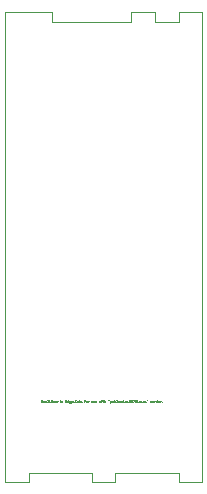
<source format=gbr>
G04 #@! TF.GenerationSoftware,KiCad,Pcbnew,5.1.4-e60b266~84~ubuntu19.04.1*
G04 #@! TF.CreationDate,2019-11-08T15:25:28-05:00*
G04 #@! TF.ProjectId,pcb2molex8878_max,70636232-6d6f-46c6-9578-383837385f6d,rev?*
G04 #@! TF.SameCoordinates,Original*
G04 #@! TF.FileFunction,Other,ECO2*
%FSLAX46Y46*%
G04 Gerber Fmt 4.6, Leading zero omitted, Abs format (unit mm)*
G04 Created by KiCad (PCBNEW 5.1.4-e60b266~84~ubuntu19.04.1) date 2019-11-08 15:25:28*
%MOMM*%
%LPD*%
G04 APERTURE LIST*
%ADD10C,0.010000*%
G04 APERTURE END LIST*
D10*
X149568400Y-80087000D02*
X142868400Y-80087000D01*
X149568400Y-79287000D02*
X149568400Y-80087000D01*
X151568400Y-79287000D02*
X149568400Y-79287000D01*
X151568400Y-80087000D02*
X151568400Y-79287000D01*
X153568400Y-80087000D02*
X151568400Y-80087000D01*
X153568400Y-118287000D02*
X148218400Y-118287000D01*
X146218400Y-118287000D02*
X146218400Y-119087000D01*
X140868400Y-118287000D02*
X146218400Y-118287000D01*
X148218400Y-118287000D02*
X148218400Y-119087000D01*
X146218400Y-119087000D02*
X148218400Y-119087000D01*
X138868400Y-119087000D02*
X140868400Y-119087000D01*
X155568400Y-119087000D02*
X153568400Y-119087000D01*
X155568400Y-79287000D02*
X153568400Y-79287000D01*
X138868400Y-79287000D02*
X142868400Y-79287000D01*
X138868400Y-79287000D02*
X138868400Y-119087000D01*
X155568400Y-119087000D02*
X155568400Y-79287000D01*
X140868400Y-118287000D02*
X140868400Y-119087000D01*
X153568400Y-119087000D02*
X153568400Y-118287000D01*
X153568400Y-80087000D02*
X153568400Y-79287000D01*
X142868400Y-79287000D02*
X142868400Y-80087000D01*
X141919352Y-112212714D02*
X141986019Y-112212714D01*
X142014590Y-112317476D02*
X141919352Y-112317476D01*
X141919352Y-112117476D01*
X142014590Y-112117476D01*
X142186019Y-112307952D02*
X142166971Y-112317476D01*
X142128876Y-112317476D01*
X142109828Y-112307952D01*
X142100304Y-112298428D01*
X142090780Y-112279380D01*
X142090780Y-112222238D01*
X142100304Y-112203190D01*
X142109828Y-112193666D01*
X142128876Y-112184142D01*
X142166971Y-112184142D01*
X142186019Y-112193666D01*
X142300304Y-112317476D02*
X142281257Y-112307952D01*
X142271733Y-112298428D01*
X142262209Y-112279380D01*
X142262209Y-112222238D01*
X142271733Y-112203190D01*
X142281257Y-112193666D01*
X142300304Y-112184142D01*
X142328876Y-112184142D01*
X142347923Y-112193666D01*
X142357447Y-112203190D01*
X142366971Y-112222238D01*
X142366971Y-112279380D01*
X142357447Y-112298428D01*
X142347923Y-112307952D01*
X142328876Y-112317476D01*
X142300304Y-112317476D01*
X142443161Y-112136523D02*
X142452685Y-112127000D01*
X142471733Y-112117476D01*
X142519352Y-112117476D01*
X142538400Y-112127000D01*
X142547923Y-112136523D01*
X142557447Y-112155571D01*
X142557447Y-112174619D01*
X142547923Y-112203190D01*
X142433638Y-112317476D01*
X142557447Y-112317476D01*
X142643161Y-112298428D02*
X142652685Y-112307952D01*
X142643161Y-112317476D01*
X142633638Y-112307952D01*
X142643161Y-112298428D01*
X142643161Y-112317476D01*
X142738400Y-112117476D02*
X142738400Y-112279380D01*
X142747923Y-112298428D01*
X142757447Y-112307952D01*
X142776495Y-112317476D01*
X142814590Y-112317476D01*
X142833638Y-112307952D01*
X142843161Y-112298428D01*
X142852685Y-112279380D01*
X142852685Y-112117476D01*
X142938400Y-112307952D02*
X142957447Y-112317476D01*
X142995542Y-112317476D01*
X143014590Y-112307952D01*
X143024114Y-112288904D01*
X143024114Y-112279380D01*
X143014590Y-112260333D01*
X142995542Y-112250809D01*
X142966971Y-112250809D01*
X142947923Y-112241285D01*
X142938400Y-112222238D01*
X142938400Y-112212714D01*
X142947923Y-112193666D01*
X142966971Y-112184142D01*
X142995542Y-112184142D01*
X143014590Y-112193666D01*
X143186019Y-112307952D02*
X143166971Y-112317476D01*
X143128876Y-112317476D01*
X143109828Y-112307952D01*
X143100304Y-112288904D01*
X143100304Y-112212714D01*
X143109828Y-112193666D01*
X143128876Y-112184142D01*
X143166971Y-112184142D01*
X143186019Y-112193666D01*
X143195542Y-112212714D01*
X143195542Y-112231761D01*
X143100304Y-112250809D01*
X143281257Y-112317476D02*
X143281257Y-112184142D01*
X143281257Y-112222238D02*
X143290780Y-112203190D01*
X143300304Y-112193666D01*
X143319352Y-112184142D01*
X143338400Y-112184142D01*
X143557447Y-112317476D02*
X143557447Y-112184142D01*
X143557447Y-112117476D02*
X143547923Y-112127000D01*
X143557447Y-112136523D01*
X143566971Y-112127000D01*
X143557447Y-112117476D01*
X143557447Y-112136523D01*
X143643161Y-112307952D02*
X143662209Y-112317476D01*
X143700304Y-112317476D01*
X143719352Y-112307952D01*
X143728876Y-112288904D01*
X143728876Y-112279380D01*
X143719352Y-112260333D01*
X143700304Y-112250809D01*
X143671733Y-112250809D01*
X143652685Y-112241285D01*
X143643161Y-112222238D01*
X143643161Y-112212714D01*
X143652685Y-112193666D01*
X143671733Y-112184142D01*
X143700304Y-112184142D01*
X143719352Y-112193666D01*
X143966971Y-112212714D02*
X144033638Y-112212714D01*
X144062209Y-112317476D02*
X143966971Y-112317476D01*
X143966971Y-112117476D01*
X144062209Y-112117476D01*
X144233638Y-112317476D02*
X144233638Y-112117476D01*
X144233638Y-112307952D02*
X144214590Y-112317476D01*
X144176495Y-112317476D01*
X144157447Y-112307952D01*
X144147923Y-112298428D01*
X144138400Y-112279380D01*
X144138400Y-112222238D01*
X144147923Y-112203190D01*
X144157447Y-112193666D01*
X144176495Y-112184142D01*
X144214590Y-112184142D01*
X144233638Y-112193666D01*
X144414590Y-112184142D02*
X144414590Y-112346047D01*
X144405066Y-112365095D01*
X144395542Y-112374619D01*
X144376495Y-112384142D01*
X144347923Y-112384142D01*
X144328876Y-112374619D01*
X144414590Y-112307952D02*
X144395542Y-112317476D01*
X144357447Y-112317476D01*
X144338400Y-112307952D01*
X144328876Y-112298428D01*
X144319352Y-112279380D01*
X144319352Y-112222238D01*
X144328876Y-112203190D01*
X144338400Y-112193666D01*
X144357447Y-112184142D01*
X144395542Y-112184142D01*
X144414590Y-112193666D01*
X144586019Y-112307952D02*
X144566971Y-112317476D01*
X144528876Y-112317476D01*
X144509828Y-112307952D01*
X144500304Y-112288904D01*
X144500304Y-112212714D01*
X144509828Y-112193666D01*
X144528876Y-112184142D01*
X144566971Y-112184142D01*
X144586019Y-112193666D01*
X144595542Y-112212714D01*
X144595542Y-112231761D01*
X144500304Y-112250809D01*
X144681257Y-112298428D02*
X144690780Y-112307952D01*
X144681257Y-112317476D01*
X144671733Y-112307952D01*
X144681257Y-112298428D01*
X144681257Y-112317476D01*
X144890780Y-112298428D02*
X144881257Y-112307952D01*
X144852685Y-112317476D01*
X144833638Y-112317476D01*
X144805066Y-112307952D01*
X144786019Y-112288904D01*
X144776495Y-112269857D01*
X144766971Y-112231761D01*
X144766971Y-112203190D01*
X144776495Y-112165095D01*
X144786019Y-112146047D01*
X144805066Y-112127000D01*
X144833638Y-112117476D01*
X144852685Y-112117476D01*
X144881257Y-112127000D01*
X144890780Y-112136523D01*
X145062209Y-112184142D02*
X145062209Y-112317476D01*
X144976495Y-112184142D02*
X144976495Y-112288904D01*
X144986019Y-112307952D01*
X145005066Y-112317476D01*
X145033638Y-112317476D01*
X145052685Y-112307952D01*
X145062209Y-112298428D01*
X145128876Y-112184142D02*
X145205066Y-112184142D01*
X145157447Y-112117476D02*
X145157447Y-112288904D01*
X145166971Y-112307952D01*
X145186019Y-112317476D01*
X145205066Y-112317476D01*
X145262209Y-112307952D02*
X145281257Y-112317476D01*
X145319352Y-112317476D01*
X145338400Y-112307952D01*
X145347923Y-112288904D01*
X145347923Y-112279380D01*
X145338400Y-112260333D01*
X145319352Y-112250809D01*
X145290780Y-112250809D01*
X145271733Y-112241285D01*
X145262209Y-112222238D01*
X145262209Y-112212714D01*
X145271733Y-112193666D01*
X145290780Y-112184142D01*
X145319352Y-112184142D01*
X145338400Y-112193666D01*
X145557447Y-112184142D02*
X145633638Y-112184142D01*
X145586019Y-112317476D02*
X145586019Y-112146047D01*
X145595542Y-112127000D01*
X145614590Y-112117476D01*
X145633638Y-112117476D01*
X145728876Y-112317476D02*
X145709828Y-112307952D01*
X145700304Y-112298428D01*
X145690780Y-112279380D01*
X145690780Y-112222238D01*
X145700304Y-112203190D01*
X145709828Y-112193666D01*
X145728876Y-112184142D01*
X145757447Y-112184142D01*
X145776495Y-112193666D01*
X145786019Y-112203190D01*
X145795542Y-112222238D01*
X145795542Y-112279380D01*
X145786019Y-112298428D01*
X145776495Y-112307952D01*
X145757447Y-112317476D01*
X145728876Y-112317476D01*
X145881257Y-112317476D02*
X145881257Y-112184142D01*
X145881257Y-112222238D02*
X145890780Y-112203190D01*
X145900304Y-112193666D01*
X145919352Y-112184142D01*
X145938400Y-112184142D01*
X146243161Y-112184142D02*
X146243161Y-112317476D01*
X146157447Y-112184142D02*
X146157447Y-112288904D01*
X146166971Y-112307952D01*
X146186019Y-112317476D01*
X146214590Y-112317476D01*
X146233638Y-112307952D01*
X146243161Y-112298428D01*
X146328876Y-112307952D02*
X146347923Y-112317476D01*
X146386019Y-112317476D01*
X146405066Y-112307952D01*
X146414590Y-112288904D01*
X146414590Y-112279380D01*
X146405066Y-112260333D01*
X146386019Y-112250809D01*
X146357447Y-112250809D01*
X146338400Y-112241285D01*
X146328876Y-112222238D01*
X146328876Y-112212714D01*
X146338400Y-112193666D01*
X146357447Y-112184142D01*
X146386019Y-112184142D01*
X146405066Y-112193666D01*
X146576495Y-112307952D02*
X146557447Y-112317476D01*
X146519352Y-112317476D01*
X146500304Y-112307952D01*
X146490780Y-112288904D01*
X146490780Y-112212714D01*
X146500304Y-112193666D01*
X146519352Y-112184142D01*
X146557447Y-112184142D01*
X146576495Y-112193666D01*
X146586019Y-112212714D01*
X146586019Y-112231761D01*
X146490780Y-112250809D01*
X146805066Y-112184142D02*
X146843161Y-112317476D01*
X146881257Y-112222238D01*
X146919352Y-112317476D01*
X146957447Y-112184142D01*
X147033638Y-112317476D02*
X147033638Y-112184142D01*
X147033638Y-112117476D02*
X147024114Y-112127000D01*
X147033638Y-112136523D01*
X147043161Y-112127000D01*
X147033638Y-112117476D01*
X147033638Y-112136523D01*
X147100304Y-112184142D02*
X147176495Y-112184142D01*
X147128876Y-112117476D02*
X147128876Y-112288904D01*
X147138400Y-112307952D01*
X147157447Y-112317476D01*
X147176495Y-112317476D01*
X147243161Y-112317476D02*
X147243161Y-112117476D01*
X147328876Y-112317476D02*
X147328876Y-112212714D01*
X147319352Y-112193666D01*
X147300304Y-112184142D01*
X147271733Y-112184142D01*
X147252685Y-112193666D01*
X147243161Y-112203190D01*
X147566971Y-112117476D02*
X147566971Y-112155571D01*
X147643161Y-112117476D02*
X147643161Y-112155571D01*
X147728876Y-112184142D02*
X147728876Y-112384142D01*
X147728876Y-112193666D02*
X147747923Y-112184142D01*
X147786019Y-112184142D01*
X147805066Y-112193666D01*
X147814590Y-112203190D01*
X147824114Y-112222238D01*
X147824114Y-112279380D01*
X147814590Y-112298428D01*
X147805066Y-112307952D01*
X147786019Y-112317476D01*
X147747923Y-112317476D01*
X147728876Y-112307952D01*
X147995542Y-112307952D02*
X147976495Y-112317476D01*
X147938400Y-112317476D01*
X147919352Y-112307952D01*
X147909828Y-112298428D01*
X147900304Y-112279380D01*
X147900304Y-112222238D01*
X147909828Y-112203190D01*
X147919352Y-112193666D01*
X147938400Y-112184142D01*
X147976495Y-112184142D01*
X147995542Y-112193666D01*
X148081257Y-112317476D02*
X148081257Y-112117476D01*
X148081257Y-112193666D02*
X148100304Y-112184142D01*
X148138400Y-112184142D01*
X148157447Y-112193666D01*
X148166971Y-112203190D01*
X148176495Y-112222238D01*
X148176495Y-112279380D01*
X148166971Y-112298428D01*
X148157447Y-112307952D01*
X148138400Y-112317476D01*
X148100304Y-112317476D01*
X148081257Y-112307952D01*
X148252685Y-112136523D02*
X148262209Y-112127000D01*
X148281257Y-112117476D01*
X148328876Y-112117476D01*
X148347923Y-112127000D01*
X148357447Y-112136523D01*
X148366971Y-112155571D01*
X148366971Y-112174619D01*
X148357447Y-112203190D01*
X148243161Y-112317476D01*
X148366971Y-112317476D01*
X148452685Y-112317476D02*
X148452685Y-112184142D01*
X148452685Y-112203190D02*
X148462209Y-112193666D01*
X148481257Y-112184142D01*
X148509828Y-112184142D01*
X148528876Y-112193666D01*
X148538400Y-112212714D01*
X148538400Y-112317476D01*
X148538400Y-112212714D02*
X148547923Y-112193666D01*
X148566971Y-112184142D01*
X148595542Y-112184142D01*
X148614590Y-112193666D01*
X148624114Y-112212714D01*
X148624114Y-112317476D01*
X148747923Y-112317476D02*
X148728876Y-112307952D01*
X148719352Y-112298428D01*
X148709828Y-112279380D01*
X148709828Y-112222238D01*
X148719352Y-112203190D01*
X148728876Y-112193666D01*
X148747923Y-112184142D01*
X148776495Y-112184142D01*
X148795542Y-112193666D01*
X148805066Y-112203190D01*
X148814590Y-112222238D01*
X148814590Y-112279380D01*
X148805066Y-112298428D01*
X148795542Y-112307952D01*
X148776495Y-112317476D01*
X148747923Y-112317476D01*
X148928876Y-112317476D02*
X148909828Y-112307952D01*
X148900304Y-112288904D01*
X148900304Y-112117476D01*
X149081257Y-112307952D02*
X149062209Y-112317476D01*
X149024114Y-112317476D01*
X149005066Y-112307952D01*
X148995542Y-112288904D01*
X148995542Y-112212714D01*
X149005066Y-112193666D01*
X149024114Y-112184142D01*
X149062209Y-112184142D01*
X149081257Y-112193666D01*
X149090780Y-112212714D01*
X149090780Y-112231761D01*
X148995542Y-112250809D01*
X149157447Y-112317476D02*
X149262209Y-112184142D01*
X149157447Y-112184142D02*
X149262209Y-112317476D01*
X149366971Y-112203190D02*
X149347923Y-112193666D01*
X149338400Y-112184142D01*
X149328876Y-112165095D01*
X149328876Y-112155571D01*
X149338400Y-112136523D01*
X149347923Y-112127000D01*
X149366971Y-112117476D01*
X149405066Y-112117476D01*
X149424114Y-112127000D01*
X149433638Y-112136523D01*
X149443161Y-112155571D01*
X149443161Y-112165095D01*
X149433638Y-112184142D01*
X149424114Y-112193666D01*
X149405066Y-112203190D01*
X149366971Y-112203190D01*
X149347923Y-112212714D01*
X149338400Y-112222238D01*
X149328876Y-112241285D01*
X149328876Y-112279380D01*
X149338400Y-112298428D01*
X149347923Y-112307952D01*
X149366971Y-112317476D01*
X149405066Y-112317476D01*
X149424114Y-112307952D01*
X149433638Y-112298428D01*
X149443161Y-112279380D01*
X149443161Y-112241285D01*
X149433638Y-112222238D01*
X149424114Y-112212714D01*
X149405066Y-112203190D01*
X149557447Y-112203190D02*
X149538400Y-112193666D01*
X149528876Y-112184142D01*
X149519352Y-112165095D01*
X149519352Y-112155571D01*
X149528876Y-112136523D01*
X149538400Y-112127000D01*
X149557447Y-112117476D01*
X149595542Y-112117476D01*
X149614590Y-112127000D01*
X149624114Y-112136523D01*
X149633638Y-112155571D01*
X149633638Y-112165095D01*
X149624114Y-112184142D01*
X149614590Y-112193666D01*
X149595542Y-112203190D01*
X149557447Y-112203190D01*
X149538400Y-112212714D01*
X149528876Y-112222238D01*
X149519352Y-112241285D01*
X149519352Y-112279380D01*
X149528876Y-112298428D01*
X149538400Y-112307952D01*
X149557447Y-112317476D01*
X149595542Y-112317476D01*
X149614590Y-112307952D01*
X149624114Y-112298428D01*
X149633638Y-112279380D01*
X149633638Y-112241285D01*
X149624114Y-112222238D01*
X149614590Y-112212714D01*
X149595542Y-112203190D01*
X149700304Y-112117476D02*
X149833638Y-112117476D01*
X149747923Y-112317476D01*
X149938400Y-112203190D02*
X149919352Y-112193666D01*
X149909828Y-112184142D01*
X149900304Y-112165095D01*
X149900304Y-112155571D01*
X149909828Y-112136523D01*
X149919352Y-112127000D01*
X149938400Y-112117476D01*
X149976495Y-112117476D01*
X149995542Y-112127000D01*
X150005066Y-112136523D01*
X150014590Y-112155571D01*
X150014590Y-112165095D01*
X150005066Y-112184142D01*
X149995542Y-112193666D01*
X149976495Y-112203190D01*
X149938400Y-112203190D01*
X149919352Y-112212714D01*
X149909828Y-112222238D01*
X149900304Y-112241285D01*
X149900304Y-112279380D01*
X149909828Y-112298428D01*
X149919352Y-112307952D01*
X149938400Y-112317476D01*
X149976495Y-112317476D01*
X149995542Y-112307952D01*
X150005066Y-112298428D01*
X150014590Y-112279380D01*
X150014590Y-112241285D01*
X150005066Y-112222238D01*
X149995542Y-112212714D01*
X149976495Y-112203190D01*
X150052685Y-112336523D02*
X150205066Y-112336523D01*
X150252685Y-112317476D02*
X150252685Y-112184142D01*
X150252685Y-112203190D02*
X150262209Y-112193666D01*
X150281257Y-112184142D01*
X150309828Y-112184142D01*
X150328876Y-112193666D01*
X150338400Y-112212714D01*
X150338400Y-112317476D01*
X150338400Y-112212714D02*
X150347923Y-112193666D01*
X150366971Y-112184142D01*
X150395542Y-112184142D01*
X150414590Y-112193666D01*
X150424114Y-112212714D01*
X150424114Y-112317476D01*
X150605066Y-112317476D02*
X150605066Y-112212714D01*
X150595542Y-112193666D01*
X150576495Y-112184142D01*
X150538400Y-112184142D01*
X150519352Y-112193666D01*
X150605066Y-112307952D02*
X150586019Y-112317476D01*
X150538400Y-112317476D01*
X150519352Y-112307952D01*
X150509828Y-112288904D01*
X150509828Y-112269857D01*
X150519352Y-112250809D01*
X150538400Y-112241285D01*
X150586019Y-112241285D01*
X150605066Y-112231761D01*
X150681257Y-112317476D02*
X150786019Y-112184142D01*
X150681257Y-112184142D02*
X150786019Y-112317476D01*
X150852685Y-112117476D02*
X150852685Y-112155571D01*
X150928876Y-112117476D02*
X150928876Y-112155571D01*
X151252685Y-112307952D02*
X151233638Y-112317476D01*
X151195542Y-112317476D01*
X151176495Y-112307952D01*
X151166971Y-112298428D01*
X151157447Y-112279380D01*
X151157447Y-112222238D01*
X151166971Y-112203190D01*
X151176495Y-112193666D01*
X151195542Y-112184142D01*
X151233638Y-112184142D01*
X151252685Y-112193666D01*
X151424114Y-112317476D02*
X151424114Y-112212714D01*
X151414590Y-112193666D01*
X151395542Y-112184142D01*
X151357447Y-112184142D01*
X151338400Y-112193666D01*
X151424114Y-112307952D02*
X151405066Y-112317476D01*
X151357447Y-112317476D01*
X151338400Y-112307952D01*
X151328876Y-112288904D01*
X151328876Y-112269857D01*
X151338400Y-112250809D01*
X151357447Y-112241285D01*
X151405066Y-112241285D01*
X151424114Y-112231761D01*
X151519352Y-112317476D02*
X151519352Y-112184142D01*
X151519352Y-112222238D02*
X151528876Y-112203190D01*
X151538400Y-112193666D01*
X151557447Y-112184142D01*
X151576495Y-112184142D01*
X151643161Y-112317476D02*
X151643161Y-112184142D01*
X151643161Y-112222238D02*
X151652685Y-112203190D01*
X151662209Y-112193666D01*
X151681257Y-112184142D01*
X151700304Y-112184142D01*
X151766971Y-112317476D02*
X151766971Y-112184142D01*
X151766971Y-112117476D02*
X151757447Y-112127000D01*
X151766971Y-112136523D01*
X151776495Y-112127000D01*
X151766971Y-112117476D01*
X151766971Y-112136523D01*
X151938400Y-112307952D02*
X151919352Y-112317476D01*
X151881257Y-112317476D01*
X151862209Y-112307952D01*
X151852685Y-112288904D01*
X151852685Y-112212714D01*
X151862209Y-112193666D01*
X151881257Y-112184142D01*
X151919352Y-112184142D01*
X151938400Y-112193666D01*
X151947923Y-112212714D01*
X151947923Y-112231761D01*
X151852685Y-112250809D01*
X152033638Y-112317476D02*
X152033638Y-112184142D01*
X152033638Y-112222238D02*
X152043161Y-112203190D01*
X152052685Y-112193666D01*
X152071733Y-112184142D01*
X152090780Y-112184142D01*
X152157447Y-112298428D02*
X152166971Y-112307952D01*
X152157447Y-112317476D01*
X152147923Y-112307952D01*
X152157447Y-112298428D01*
X152157447Y-112317476D01*
M02*

</source>
